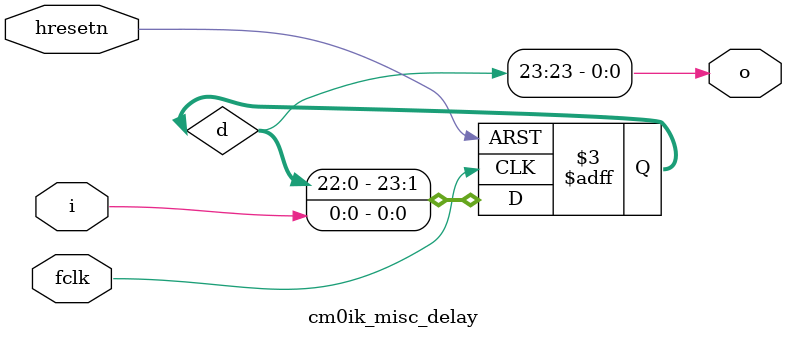
<source format=v>

module cm0ik_misc_delay
  (input  wire  fclk,
   input  wire  hresetn,
   input  wire  i,
   output wire  o);

  reg [23:0] d;

  always@(posedge fclk or negedge hresetn)
    if(~hresetn)
      d <= {24{1'b0}};
    else
      d <= {d[22:0], i};

  assign    o = d[23];
  
endmodule

</source>
